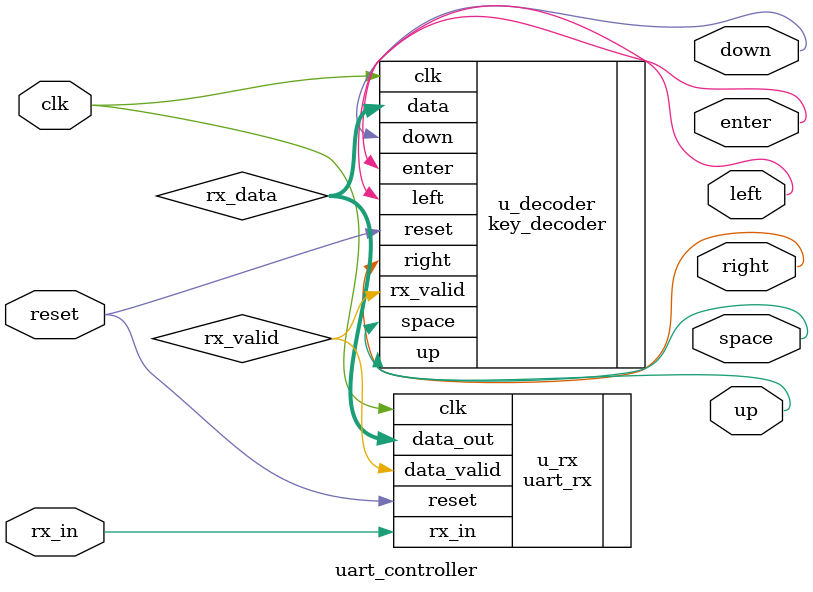
<source format=v>
module uart_controller (
    input  wire       clk,
    input  wire       reset,
    input  wire       rx_in,
    output wire       up,
    output wire       down,
    output wire       left,
    output wire       right,
    output wire       enter,
    output wire       space
);
    wire [7:0] rx_data;
    wire rx_valid;

    uart_rx u_rx (
        .clk(clk),
        .reset(reset),
        .rx_in(rx_in),
        .data_out(rx_data),
        .data_valid(rx_valid)
    );

    key_decoder u_decoder (
        .clk(clk),
        .reset(reset),
        .data(rx_data),
        .rx_valid(rx_valid),
        .up(up),
        .down(down),
        .left(left),
        .right(right),
        .enter(enter),
        .space(space)
    );

endmodule
</source>
